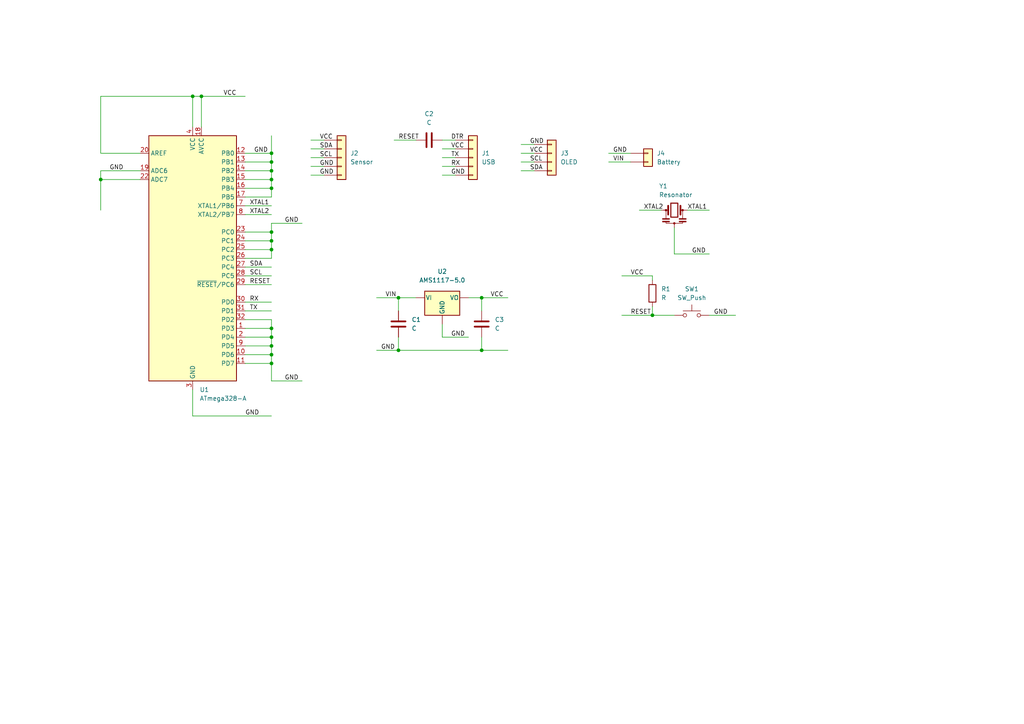
<source format=kicad_sch>
(kicad_sch (version 20211123) (generator eeschema)

  (uuid 190a136c-5a5e-4a55-826b-680defe99169)

  (paper "A4")

  (lib_symbols
    (symbol "Conn_01x05_1" (pin_numbers hide) (pin_names (offset 1.016) hide) (in_bom yes) (on_board yes)
      (property "Reference" "J" (id 0) (at 0 7.62 0)
        (effects (font (size 1.27 1.27)))
      )
      (property "Value" "Conn_01x05_1" (id 1) (at 0 -7.62 0)
        (effects (font (size 1.27 1.27)))
      )
      (property "Footprint" "" (id 2) (at 0 0 0)
        (effects (font (size 1.27 1.27)) hide)
      )
      (property "Datasheet" "~" (id 3) (at 0 0 0)
        (effects (font (size 1.27 1.27)) hide)
      )
      (property "ki_keywords" "connector" (id 4) (at 0 0 0)
        (effects (font (size 1.27 1.27)) hide)
      )
      (property "ki_description" "Generic connector, single row, 01x05, script generated (kicad-library-utils/schlib/autogen/connector/)" (id 5) (at 0 0 0)
        (effects (font (size 1.27 1.27)) hide)
      )
      (property "ki_fp_filters" "Connector*:*_1x??_*" (id 6) (at 0 0 0)
        (effects (font (size 1.27 1.27)) hide)
      )
      (symbol "Conn_01x05_1_1_1"
        (rectangle (start -1.27 -4.953) (end 0 -5.207)
          (stroke (width 0.1524) (type default) (color 0 0 0 0))
          (fill (type none))
        )
        (rectangle (start -1.27 -2.413) (end 0 -2.667)
          (stroke (width 0.1524) (type default) (color 0 0 0 0))
          (fill (type none))
        )
        (rectangle (start -1.27 0.127) (end 0 -0.127)
          (stroke (width 0.1524) (type default) (color 0 0 0 0))
          (fill (type none))
        )
        (rectangle (start -1.27 2.667) (end 0 2.413)
          (stroke (width 0.1524) (type default) (color 0 0 0 0))
          (fill (type none))
        )
        (rectangle (start -1.27 5.207) (end 0 4.953)
          (stroke (width 0.1524) (type default) (color 0 0 0 0))
          (fill (type none))
        )
        (rectangle (start -1.27 6.35) (end 1.27 -6.35)
          (stroke (width 0.254) (type default) (color 0 0 0 0))
          (fill (type background))
        )
        (pin passive line (at -5.08 5.08 0) (length 3.81)
          (name "Pin_1" (effects (font (size 1.27 1.27))))
          (number "1" (effects (font (size 1.27 1.27))))
        )
        (pin passive line (at -5.08 2.54 0) (length 3.81)
          (name "Pin_2" (effects (font (size 1.27 1.27))))
          (number "2" (effects (font (size 1.27 1.27))))
        )
        (pin passive line (at -5.08 0 0) (length 3.81)
          (name "Pin_3" (effects (font (size 1.27 1.27))))
          (number "3" (effects (font (size 1.27 1.27))))
        )
        (pin passive line (at -5.08 -2.54 0) (length 3.81)
          (name "Pin_4" (effects (font (size 1.27 1.27))))
          (number "4" (effects (font (size 1.27 1.27))))
        )
        (pin passive line (at -5.08 -5.08 0) (length 3.81)
          (name "Pin_5" (effects (font (size 1.27 1.27))))
          (number "5" (effects (font (size 1.27 1.27))))
        )
      )
    )
    (symbol "Connector_Generic:Conn_01x02" (pin_numbers hide) (pin_names (offset 1.016) hide) (in_bom yes) (on_board yes)
      (property "Reference" "J" (id 0) (at 0 2.54 0)
        (effects (font (size 1.27 1.27)))
      )
      (property "Value" "Conn_01x02" (id 1) (at 0 -5.08 0)
        (effects (font (size 1.27 1.27)))
      )
      (property "Footprint" "" (id 2) (at 0 0 0)
        (effects (font (size 1.27 1.27)) hide)
      )
      (property "Datasheet" "~" (id 3) (at 0 0 0)
        (effects (font (size 1.27 1.27)) hide)
      )
      (property "ki_keywords" "connector" (id 4) (at 0 0 0)
        (effects (font (size 1.27 1.27)) hide)
      )
      (property "ki_description" "Generic connector, single row, 01x02, script generated (kicad-library-utils/schlib/autogen/connector/)" (id 5) (at 0 0 0)
        (effects (font (size 1.27 1.27)) hide)
      )
      (property "ki_fp_filters" "Connector*:*_1x??_*" (id 6) (at 0 0 0)
        (effects (font (size 1.27 1.27)) hide)
      )
      (symbol "Conn_01x02_1_1"
        (rectangle (start -1.27 -2.413) (end 0 -2.667)
          (stroke (width 0.1524) (type default) (color 0 0 0 0))
          (fill (type none))
        )
        (rectangle (start -1.27 0.127) (end 0 -0.127)
          (stroke (width 0.1524) (type default) (color 0 0 0 0))
          (fill (type none))
        )
        (rectangle (start -1.27 1.27) (end 1.27 -3.81)
          (stroke (width 0.254) (type default) (color 0 0 0 0))
          (fill (type background))
        )
        (pin passive line (at -5.08 0 0) (length 3.81)
          (name "Pin_1" (effects (font (size 1.27 1.27))))
          (number "1" (effects (font (size 1.27 1.27))))
        )
        (pin passive line (at -5.08 -2.54 0) (length 3.81)
          (name "Pin_2" (effects (font (size 1.27 1.27))))
          (number "2" (effects (font (size 1.27 1.27))))
        )
      )
    )
    (symbol "Connector_Generic:Conn_01x04" (pin_numbers hide) (pin_names (offset 1.016) hide) (in_bom yes) (on_board yes)
      (property "Reference" "J" (id 0) (at 0 5.08 0)
        (effects (font (size 1.27 1.27)))
      )
      (property "Value" "Conn_01x04" (id 1) (at 0 -7.62 0)
        (effects (font (size 1.27 1.27)))
      )
      (property "Footprint" "" (id 2) (at 0 0 0)
        (effects (font (size 1.27 1.27)) hide)
      )
      (property "Datasheet" "~" (id 3) (at 0 0 0)
        (effects (font (size 1.27 1.27)) hide)
      )
      (property "ki_keywords" "connector" (id 4) (at 0 0 0)
        (effects (font (size 1.27 1.27)) hide)
      )
      (property "ki_description" "Generic connector, single row, 01x04, script generated (kicad-library-utils/schlib/autogen/connector/)" (id 5) (at 0 0 0)
        (effects (font (size 1.27 1.27)) hide)
      )
      (property "ki_fp_filters" "Connector*:*_1x??_*" (id 6) (at 0 0 0)
        (effects (font (size 1.27 1.27)) hide)
      )
      (symbol "Conn_01x04_1_1"
        (rectangle (start -1.27 -4.953) (end 0 -5.207)
          (stroke (width 0.1524) (type default) (color 0 0 0 0))
          (fill (type none))
        )
        (rectangle (start -1.27 -2.413) (end 0 -2.667)
          (stroke (width 0.1524) (type default) (color 0 0 0 0))
          (fill (type none))
        )
        (rectangle (start -1.27 0.127) (end 0 -0.127)
          (stroke (width 0.1524) (type default) (color 0 0 0 0))
          (fill (type none))
        )
        (rectangle (start -1.27 2.667) (end 0 2.413)
          (stroke (width 0.1524) (type default) (color 0 0 0 0))
          (fill (type none))
        )
        (rectangle (start -1.27 3.81) (end 1.27 -6.35)
          (stroke (width 0.254) (type default) (color 0 0 0 0))
          (fill (type background))
        )
        (pin passive line (at -5.08 2.54 0) (length 3.81)
          (name "Pin_1" (effects (font (size 1.27 1.27))))
          (number "1" (effects (font (size 1.27 1.27))))
        )
        (pin passive line (at -5.08 0 0) (length 3.81)
          (name "Pin_2" (effects (font (size 1.27 1.27))))
          (number "2" (effects (font (size 1.27 1.27))))
        )
        (pin passive line (at -5.08 -2.54 0) (length 3.81)
          (name "Pin_3" (effects (font (size 1.27 1.27))))
          (number "3" (effects (font (size 1.27 1.27))))
        )
        (pin passive line (at -5.08 -5.08 0) (length 3.81)
          (name "Pin_4" (effects (font (size 1.27 1.27))))
          (number "4" (effects (font (size 1.27 1.27))))
        )
      )
    )
    (symbol "Connector_Generic:Conn_01x05" (pin_numbers hide) (pin_names (offset 1.016) hide) (in_bom yes) (on_board yes)
      (property "Reference" "J" (id 0) (at 0 7.62 0)
        (effects (font (size 1.27 1.27)))
      )
      (property "Value" "Conn_01x05" (id 1) (at 0 -7.62 0)
        (effects (font (size 1.27 1.27)))
      )
      (property "Footprint" "" (id 2) (at 0 0 0)
        (effects (font (size 1.27 1.27)) hide)
      )
      (property "Datasheet" "~" (id 3) (at 0 0 0)
        (effects (font (size 1.27 1.27)) hide)
      )
      (property "ki_keywords" "connector" (id 4) (at 0 0 0)
        (effects (font (size 1.27 1.27)) hide)
      )
      (property "ki_description" "Generic connector, single row, 01x05, script generated (kicad-library-utils/schlib/autogen/connector/)" (id 5) (at 0 0 0)
        (effects (font (size 1.27 1.27)) hide)
      )
      (property "ki_fp_filters" "Connector*:*_1x??_*" (id 6) (at 0 0 0)
        (effects (font (size 1.27 1.27)) hide)
      )
      (symbol "Conn_01x05_1_1"
        (rectangle (start -1.27 -4.953) (end 0 -5.207)
          (stroke (width 0.1524) (type default) (color 0 0 0 0))
          (fill (type none))
        )
        (rectangle (start -1.27 -2.413) (end 0 -2.667)
          (stroke (width 0.1524) (type default) (color 0 0 0 0))
          (fill (type none))
        )
        (rectangle (start -1.27 0.127) (end 0 -0.127)
          (stroke (width 0.1524) (type default) (color 0 0 0 0))
          (fill (type none))
        )
        (rectangle (start -1.27 2.667) (end 0 2.413)
          (stroke (width 0.1524) (type default) (color 0 0 0 0))
          (fill (type none))
        )
        (rectangle (start -1.27 5.207) (end 0 4.953)
          (stroke (width 0.1524) (type default) (color 0 0 0 0))
          (fill (type none))
        )
        (rectangle (start -1.27 6.35) (end 1.27 -6.35)
          (stroke (width 0.254) (type default) (color 0 0 0 0))
          (fill (type background))
        )
        (pin passive line (at -5.08 5.08 0) (length 3.81)
          (name "Pin_1" (effects (font (size 1.27 1.27))))
          (number "1" (effects (font (size 1.27 1.27))))
        )
        (pin passive line (at -5.08 2.54 0) (length 3.81)
          (name "Pin_2" (effects (font (size 1.27 1.27))))
          (number "2" (effects (font (size 1.27 1.27))))
        )
        (pin passive line (at -5.08 0 0) (length 3.81)
          (name "Pin_3" (effects (font (size 1.27 1.27))))
          (number "3" (effects (font (size 1.27 1.27))))
        )
        (pin passive line (at -5.08 -2.54 0) (length 3.81)
          (name "Pin_4" (effects (font (size 1.27 1.27))))
          (number "4" (effects (font (size 1.27 1.27))))
        )
        (pin passive line (at -5.08 -5.08 0) (length 3.81)
          (name "Pin_5" (effects (font (size 1.27 1.27))))
          (number "5" (effects (font (size 1.27 1.27))))
        )
      )
    )
    (symbol "Device:C" (pin_numbers hide) (pin_names (offset 0.254)) (in_bom yes) (on_board yes)
      (property "Reference" "C" (id 0) (at 0.635 2.54 0)
        (effects (font (size 1.27 1.27)) (justify left))
      )
      (property "Value" "C" (id 1) (at 0.635 -2.54 0)
        (effects (font (size 1.27 1.27)) (justify left))
      )
      (property "Footprint" "" (id 2) (at 0.9652 -3.81 0)
        (effects (font (size 1.27 1.27)) hide)
      )
      (property "Datasheet" "~" (id 3) (at 0 0 0)
        (effects (font (size 1.27 1.27)) hide)
      )
      (property "ki_keywords" "cap capacitor" (id 4) (at 0 0 0)
        (effects (font (size 1.27 1.27)) hide)
      )
      (property "ki_description" "Unpolarized capacitor" (id 5) (at 0 0 0)
        (effects (font (size 1.27 1.27)) hide)
      )
      (property "ki_fp_filters" "C_*" (id 6) (at 0 0 0)
        (effects (font (size 1.27 1.27)) hide)
      )
      (symbol "C_0_1"
        (polyline
          (pts
            (xy -2.032 -0.762)
            (xy 2.032 -0.762)
          )
          (stroke (width 0.508) (type default) (color 0 0 0 0))
          (fill (type none))
        )
        (polyline
          (pts
            (xy -2.032 0.762)
            (xy 2.032 0.762)
          )
          (stroke (width 0.508) (type default) (color 0 0 0 0))
          (fill (type none))
        )
      )
      (symbol "C_1_1"
        (pin passive line (at 0 3.81 270) (length 2.794)
          (name "~" (effects (font (size 1.27 1.27))))
          (number "1" (effects (font (size 1.27 1.27))))
        )
        (pin passive line (at 0 -3.81 90) (length 2.794)
          (name "~" (effects (font (size 1.27 1.27))))
          (number "2" (effects (font (size 1.27 1.27))))
        )
      )
    )
    (symbol "Device:R" (pin_numbers hide) (pin_names (offset 0)) (in_bom yes) (on_board yes)
      (property "Reference" "R" (id 0) (at 2.032 0 90)
        (effects (font (size 1.27 1.27)))
      )
      (property "Value" "R" (id 1) (at 0 0 90)
        (effects (font (size 1.27 1.27)))
      )
      (property "Footprint" "" (id 2) (at -1.778 0 90)
        (effects (font (size 1.27 1.27)) hide)
      )
      (property "Datasheet" "~" (id 3) (at 0 0 0)
        (effects (font (size 1.27 1.27)) hide)
      )
      (property "ki_keywords" "R res resistor" (id 4) (at 0 0 0)
        (effects (font (size 1.27 1.27)) hide)
      )
      (property "ki_description" "Resistor" (id 5) (at 0 0 0)
        (effects (font (size 1.27 1.27)) hide)
      )
      (property "ki_fp_filters" "R_*" (id 6) (at 0 0 0)
        (effects (font (size 1.27 1.27)) hide)
      )
      (symbol "R_0_1"
        (rectangle (start -1.016 -2.54) (end 1.016 2.54)
          (stroke (width 0.254) (type default) (color 0 0 0 0))
          (fill (type none))
        )
      )
      (symbol "R_1_1"
        (pin passive line (at 0 3.81 270) (length 1.27)
          (name "~" (effects (font (size 1.27 1.27))))
          (number "1" (effects (font (size 1.27 1.27))))
        )
        (pin passive line (at 0 -3.81 90) (length 1.27)
          (name "~" (effects (font (size 1.27 1.27))))
          (number "2" (effects (font (size 1.27 1.27))))
        )
      )
    )
    (symbol "Device:Resonator" (pin_numbers hide) (pin_names (offset 1.016) hide) (in_bom yes) (on_board yes)
      (property "Reference" "Y" (id 0) (at 0 5.715 0)
        (effects (font (size 1.27 1.27)))
      )
      (property "Value" "Resonator" (id 1) (at 0 3.81 0)
        (effects (font (size 1.27 1.27)))
      )
      (property "Footprint" "" (id 2) (at -0.635 0 0)
        (effects (font (size 1.27 1.27)) hide)
      )
      (property "Datasheet" "~" (id 3) (at -0.635 0 0)
        (effects (font (size 1.27 1.27)) hide)
      )
      (property "ki_keywords" "ceramic resonator" (id 4) (at 0 0 0)
        (effects (font (size 1.27 1.27)) hide)
      )
      (property "ki_description" "Three pin ceramic resonator" (id 5) (at 0 0 0)
        (effects (font (size 1.27 1.27)) hide)
      )
      (property "ki_fp_filters" "Filter* Resonator*" (id 6) (at 0 0 0)
        (effects (font (size 1.27 1.27)) hide)
      )
      (symbol "Resonator_0_1"
        (rectangle (start -3.429 -3.175) (end -1.397 -3.429)
          (stroke (width 0) (type default) (color 0 0 0 0))
          (fill (type outline))
        )
        (rectangle (start -3.429 -2.413) (end -1.397 -2.667)
          (stroke (width 0) (type default) (color 0 0 0 0))
          (fill (type outline))
        )
        (circle (center -2.413 0) (radius 0.254)
          (stroke (width 0) (type default) (color 0 0 0 0))
          (fill (type outline))
        )
        (rectangle (start -1.016 2.032) (end 1.016 -2.032)
          (stroke (width 0.3048) (type default) (color 0 0 0 0))
          (fill (type none))
        )
        (circle (center 0 -3.81) (radius 0.254)
          (stroke (width 0) (type default) (color 0 0 0 0))
          (fill (type outline))
        )
        (polyline
          (pts
            (xy -2.413 -2.413)
            (xy -2.413 0)
          )
          (stroke (width 0) (type default) (color 0 0 0 0))
          (fill (type none))
        )
        (polyline
          (pts
            (xy -1.905 0)
            (xy -3.175 0)
          )
          (stroke (width 0) (type default) (color 0 0 0 0))
          (fill (type none))
        )
        (polyline
          (pts
            (xy -1.778 -1.27)
            (xy -1.778 1.27)
          )
          (stroke (width 0.508) (type default) (color 0 0 0 0))
          (fill (type none))
        )
        (polyline
          (pts
            (xy 1.778 -1.27)
            (xy 1.778 1.27)
          )
          (stroke (width 0.508) (type default) (color 0 0 0 0))
          (fill (type none))
        )
        (polyline
          (pts
            (xy 1.905 0)
            (xy 2.54 0)
          )
          (stroke (width 0) (type default) (color 0 0 0 0))
          (fill (type none))
        )
        (polyline
          (pts
            (xy 2.413 0)
            (xy 2.413 -2.54)
          )
          (stroke (width 0) (type default) (color 0 0 0 0))
          (fill (type none))
        )
        (polyline
          (pts
            (xy 2.413 -3.302)
            (xy 2.413 -3.81)
            (xy -2.413 -3.81)
            (xy -2.413 -3.302)
          )
          (stroke (width 0) (type default) (color 0 0 0 0))
          (fill (type none))
        )
        (rectangle (start 1.397 -3.175) (end 3.429 -3.429)
          (stroke (width 0) (type default) (color 0 0 0 0))
          (fill (type outline))
        )
        (rectangle (start 1.397 -2.413) (end 3.429 -2.667)
          (stroke (width 0) (type default) (color 0 0 0 0))
          (fill (type outline))
        )
        (circle (center 2.413 0) (radius 0.254)
          (stroke (width 0) (type default) (color 0 0 0 0))
          (fill (type outline))
        )
      )
      (symbol "Resonator_1_1"
        (pin passive line (at -3.81 0 0) (length 1.27)
          (name "1" (effects (font (size 1.27 1.27))))
          (number "1" (effects (font (size 1.27 1.27))))
        )
        (pin passive line (at 0 -5.08 90) (length 1.27)
          (name "2" (effects (font (size 1.27 1.27))))
          (number "2" (effects (font (size 1.27 1.27))))
        )
        (pin passive line (at 3.81 0 180) (length 1.27)
          (name "3" (effects (font (size 1.27 1.27))))
          (number "3" (effects (font (size 1.27 1.27))))
        )
      )
    )
    (symbol "MCU_Microchip_ATmega:ATmega328-A" (in_bom yes) (on_board yes)
      (property "Reference" "U" (id 0) (at -12.7 36.83 0)
        (effects (font (size 1.27 1.27)) (justify left bottom))
      )
      (property "Value" "ATmega328-A" (id 1) (at 2.54 -36.83 0)
        (effects (font (size 1.27 1.27)) (justify left top))
      )
      (property "Footprint" "Package_QFP:TQFP-32_7x7mm_P0.8mm" (id 2) (at 0 0 0)
        (effects (font (size 1.27 1.27) italic) hide)
      )
      (property "Datasheet" "http://ww1.microchip.com/downloads/en/DeviceDoc/ATmega328_P%20AVR%20MCU%20with%20picoPower%20Technology%20Data%20Sheet%2040001984A.pdf" (id 3) (at 0 0 0)
        (effects (font (size 1.27 1.27)) hide)
      )
      (property "ki_keywords" "AVR 8bit Microcontroller MegaAVR" (id 4) (at 0 0 0)
        (effects (font (size 1.27 1.27)) hide)
      )
      (property "ki_description" "20MHz, 32kB Flash, 2kB SRAM, 1kB EEPROM, TQFP-32" (id 5) (at 0 0 0)
        (effects (font (size 1.27 1.27)) hide)
      )
      (property "ki_fp_filters" "TQFP*7x7mm*P0.8mm*" (id 6) (at 0 0 0)
        (effects (font (size 1.27 1.27)) hide)
      )
      (symbol "ATmega328-A_0_1"
        (rectangle (start -12.7 -35.56) (end 12.7 35.56)
          (stroke (width 0.254) (type default) (color 0 0 0 0))
          (fill (type background))
        )
      )
      (symbol "ATmega328-A_1_1"
        (pin bidirectional line (at 15.24 -20.32 180) (length 2.54)
          (name "PD3" (effects (font (size 1.27 1.27))))
          (number "1" (effects (font (size 1.27 1.27))))
        )
        (pin bidirectional line (at 15.24 -27.94 180) (length 2.54)
          (name "PD6" (effects (font (size 1.27 1.27))))
          (number "10" (effects (font (size 1.27 1.27))))
        )
        (pin bidirectional line (at 15.24 -30.48 180) (length 2.54)
          (name "PD7" (effects (font (size 1.27 1.27))))
          (number "11" (effects (font (size 1.27 1.27))))
        )
        (pin bidirectional line (at 15.24 30.48 180) (length 2.54)
          (name "PB0" (effects (font (size 1.27 1.27))))
          (number "12" (effects (font (size 1.27 1.27))))
        )
        (pin bidirectional line (at 15.24 27.94 180) (length 2.54)
          (name "PB1" (effects (font (size 1.27 1.27))))
          (number "13" (effects (font (size 1.27 1.27))))
        )
        (pin bidirectional line (at 15.24 25.4 180) (length 2.54)
          (name "PB2" (effects (font (size 1.27 1.27))))
          (number "14" (effects (font (size 1.27 1.27))))
        )
        (pin bidirectional line (at 15.24 22.86 180) (length 2.54)
          (name "PB3" (effects (font (size 1.27 1.27))))
          (number "15" (effects (font (size 1.27 1.27))))
        )
        (pin bidirectional line (at 15.24 20.32 180) (length 2.54)
          (name "PB4" (effects (font (size 1.27 1.27))))
          (number "16" (effects (font (size 1.27 1.27))))
        )
        (pin bidirectional line (at 15.24 17.78 180) (length 2.54)
          (name "PB5" (effects (font (size 1.27 1.27))))
          (number "17" (effects (font (size 1.27 1.27))))
        )
        (pin power_in line (at 2.54 38.1 270) (length 2.54)
          (name "AVCC" (effects (font (size 1.27 1.27))))
          (number "18" (effects (font (size 1.27 1.27))))
        )
        (pin input line (at -15.24 25.4 0) (length 2.54)
          (name "ADC6" (effects (font (size 1.27 1.27))))
          (number "19" (effects (font (size 1.27 1.27))))
        )
        (pin bidirectional line (at 15.24 -22.86 180) (length 2.54)
          (name "PD4" (effects (font (size 1.27 1.27))))
          (number "2" (effects (font (size 1.27 1.27))))
        )
        (pin passive line (at -15.24 30.48 0) (length 2.54)
          (name "AREF" (effects (font (size 1.27 1.27))))
          (number "20" (effects (font (size 1.27 1.27))))
        )
        (pin passive line (at 0 -38.1 90) (length 2.54) hide
          (name "GND" (effects (font (size 1.27 1.27))))
          (number "21" (effects (font (size 1.27 1.27))))
        )
        (pin input line (at -15.24 22.86 0) (length 2.54)
          (name "ADC7" (effects (font (size 1.27 1.27))))
          (number "22" (effects (font (size 1.27 1.27))))
        )
        (pin bidirectional line (at 15.24 7.62 180) (length 2.54)
          (name "PC0" (effects (font (size 1.27 1.27))))
          (number "23" (effects (font (size 1.27 1.27))))
        )
        (pin bidirectional line (at 15.24 5.08 180) (length 2.54)
          (name "PC1" (effects (font (size 1.27 1.27))))
          (number "24" (effects (font (size 1.27 1.27))))
        )
        (pin bidirectional line (at 15.24 2.54 180) (length 2.54)
          (name "PC2" (effects (font (size 1.27 1.27))))
          (number "25" (effects (font (size 1.27 1.27))))
        )
        (pin bidirectional line (at 15.24 0 180) (length 2.54)
          (name "PC3" (effects (font (size 1.27 1.27))))
          (number "26" (effects (font (size 1.27 1.27))))
        )
        (pin bidirectional line (at 15.24 -2.54 180) (length 2.54)
          (name "PC4" (effects (font (size 1.27 1.27))))
          (number "27" (effects (font (size 1.27 1.27))))
        )
        (pin bidirectional line (at 15.24 -5.08 180) (length 2.54)
          (name "PC5" (effects (font (size 1.27 1.27))))
          (number "28" (effects (font (size 1.27 1.27))))
        )
        (pin bidirectional line (at 15.24 -7.62 180) (length 2.54)
          (name "~{RESET}/PC6" (effects (font (size 1.27 1.27))))
          (number "29" (effects (font (size 1.27 1.27))))
        )
        (pin power_in line (at 0 -38.1 90) (length 2.54)
          (name "GND" (effects (font (size 1.27 1.27))))
          (number "3" (effects (font (size 1.27 1.27))))
        )
        (pin bidirectional line (at 15.24 -12.7 180) (length 2.54)
          (name "PD0" (effects (font (size 1.27 1.27))))
          (number "30" (effects (font (size 1.27 1.27))))
        )
        (pin bidirectional line (at 15.24 -15.24 180) (length 2.54)
          (name "PD1" (effects (font (size 1.27 1.27))))
          (number "31" (effects (font (size 1.27 1.27))))
        )
        (pin bidirectional line (at 15.24 -17.78 180) (length 2.54)
          (name "PD2" (effects (font (size 1.27 1.27))))
          (number "32" (effects (font (size 1.27 1.27))))
        )
        (pin power_in line (at 0 38.1 270) (length 2.54)
          (name "VCC" (effects (font (size 1.27 1.27))))
          (number "4" (effects (font (size 1.27 1.27))))
        )
        (pin passive line (at 0 -38.1 90) (length 2.54) hide
          (name "GND" (effects (font (size 1.27 1.27))))
          (number "5" (effects (font (size 1.27 1.27))))
        )
        (pin passive line (at 0 38.1 270) (length 2.54) hide
          (name "VCC" (effects (font (size 1.27 1.27))))
          (number "6" (effects (font (size 1.27 1.27))))
        )
        (pin bidirectional line (at 15.24 15.24 180) (length 2.54)
          (name "XTAL1/PB6" (effects (font (size 1.27 1.27))))
          (number "7" (effects (font (size 1.27 1.27))))
        )
        (pin bidirectional line (at 15.24 12.7 180) (length 2.54)
          (name "XTAL2/PB7" (effects (font (size 1.27 1.27))))
          (number "8" (effects (font (size 1.27 1.27))))
        )
        (pin bidirectional line (at 15.24 -25.4 180) (length 2.54)
          (name "PD5" (effects (font (size 1.27 1.27))))
          (number "9" (effects (font (size 1.27 1.27))))
        )
      )
    )
    (symbol "Regulator_Linear:AMS1117-5.0" (pin_numbers hide) (pin_names (offset 0.254)) (in_bom yes) (on_board yes)
      (property "Reference" "U" (id 0) (at -3.81 3.175 0)
        (effects (font (size 1.27 1.27)))
      )
      (property "Value" "AMS1117-5.0" (id 1) (at 0 3.175 0)
        (effects (font (size 1.27 1.27)) (justify left))
      )
      (property "Footprint" "Package_TO_SOT_SMD:SOT-223-3_TabPin2" (id 2) (at 0 5.08 0)
        (effects (font (size 1.27 1.27)) hide)
      )
      (property "Datasheet" "http://www.advanced-monolithic.com/pdf/ds1117.pdf" (id 3) (at 2.54 -6.35 0)
        (effects (font (size 1.27 1.27)) hide)
      )
      (property "ki_keywords" "linear regulator ldo fixed positive" (id 4) (at 0 0 0)
        (effects (font (size 1.27 1.27)) hide)
      )
      (property "ki_description" "1A Low Dropout regulator, positive, 5.0V fixed output, SOT-223" (id 5) (at 0 0 0)
        (effects (font (size 1.27 1.27)) hide)
      )
      (property "ki_fp_filters" "SOT?223*TabPin2*" (id 6) (at 0 0 0)
        (effects (font (size 1.27 1.27)) hide)
      )
      (symbol "AMS1117-5.0_0_1"
        (rectangle (start -5.08 -5.08) (end 5.08 1.905)
          (stroke (width 0.254) (type default) (color 0 0 0 0))
          (fill (type background))
        )
      )
      (symbol "AMS1117-5.0_1_1"
        (pin power_in line (at 0 -7.62 90) (length 2.54)
          (name "GND" (effects (font (size 1.27 1.27))))
          (number "1" (effects (font (size 1.27 1.27))))
        )
        (pin power_out line (at 7.62 0 180) (length 2.54)
          (name "VO" (effects (font (size 1.27 1.27))))
          (number "2" (effects (font (size 1.27 1.27))))
        )
        (pin power_in line (at -7.62 0 0) (length 2.54)
          (name "VI" (effects (font (size 1.27 1.27))))
          (number "3" (effects (font (size 1.27 1.27))))
        )
      )
    )
    (symbol "Switch:SW_Push" (pin_numbers hide) (pin_names (offset 1.016) hide) (in_bom yes) (on_board yes)
      (property "Reference" "SW" (id 0) (at 1.27 2.54 0)
        (effects (font (size 1.27 1.27)) (justify left))
      )
      (property "Value" "SW_Push" (id 1) (at 0 -1.524 0)
        (effects (font (size 1.27 1.27)))
      )
      (property "Footprint" "" (id 2) (at 0 5.08 0)
        (effects (font (size 1.27 1.27)) hide)
      )
      (property "Datasheet" "~" (id 3) (at 0 5.08 0)
        (effects (font (size 1.27 1.27)) hide)
      )
      (property "ki_keywords" "switch normally-open pushbutton push-button" (id 4) (at 0 0 0)
        (effects (font (size 1.27 1.27)) hide)
      )
      (property "ki_description" "Push button switch, generic, two pins" (id 5) (at 0 0 0)
        (effects (font (size 1.27 1.27)) hide)
      )
      (symbol "SW_Push_0_1"
        (circle (center -2.032 0) (radius 0.508)
          (stroke (width 0) (type default) (color 0 0 0 0))
          (fill (type none))
        )
        (polyline
          (pts
            (xy 0 1.27)
            (xy 0 3.048)
          )
          (stroke (width 0) (type default) (color 0 0 0 0))
          (fill (type none))
        )
        (polyline
          (pts
            (xy 2.54 1.27)
            (xy -2.54 1.27)
          )
          (stroke (width 0) (type default) (color 0 0 0 0))
          (fill (type none))
        )
        (circle (center 2.032 0) (radius 0.508)
          (stroke (width 0) (type default) (color 0 0 0 0))
          (fill (type none))
        )
        (pin passive line (at -5.08 0 0) (length 2.54)
          (name "1" (effects (font (size 1.27 1.27))))
          (number "1" (effects (font (size 1.27 1.27))))
        )
        (pin passive line (at 5.08 0 180) (length 2.54)
          (name "2" (effects (font (size 1.27 1.27))))
          (number "2" (effects (font (size 1.27 1.27))))
        )
      )
    )
  )

  (junction (at 78.74 95.25) (diameter 0) (color 0 0 0 0)
    (uuid 1c02e85a-3830-4128-8407-45a9c3ab179e)
  )
  (junction (at 78.74 105.41) (diameter 0) (color 0 0 0 0)
    (uuid 25d9537e-7f09-4205-bd0e-bdc4d3b5435b)
  )
  (junction (at 78.74 49.53) (diameter 0) (color 0 0 0 0)
    (uuid 260794c6-f3d9-443e-b688-960e7236ac18)
  )
  (junction (at 78.74 44.45) (diameter 0) (color 0 0 0 0)
    (uuid 34a471db-72ec-498e-a036-2ea3c39419ea)
  )
  (junction (at 78.74 102.87) (diameter 0) (color 0 0 0 0)
    (uuid 34b06acf-61fd-44b2-9fc7-35479ae7f9db)
  )
  (junction (at 78.74 46.99) (diameter 0) (color 0 0 0 0)
    (uuid 3832ba4b-adcf-464c-9382-1ae39d437ac6)
  )
  (junction (at 78.74 72.39) (diameter 0) (color 0 0 0 0)
    (uuid 43401b5e-816c-4731-bf48-be83952cdbfe)
  )
  (junction (at 78.74 54.61) (diameter 0) (color 0 0 0 0)
    (uuid 4e0fe71c-90b4-4653-8a43-0e6b33b61a17)
  )
  (junction (at 115.57 86.36) (diameter 0) (color 0 0 0 0)
    (uuid 4ecd8e8e-eb88-47ad-9622-d61dac44f5c0)
  )
  (junction (at 189.23 91.44) (diameter 0) (color 0 0 0 0)
    (uuid 50aad663-461e-44ee-9330-e1ad4f3b04a6)
  )
  (junction (at 115.57 101.6) (diameter 0) (color 0 0 0 0)
    (uuid 5bcafb3f-a642-4a70-83d7-1f382362cabe)
  )
  (junction (at 139.7 101.6) (diameter 0) (color 0 0 0 0)
    (uuid 7146d5d6-4160-4795-82de-c23997f35336)
  )
  (junction (at 78.74 97.79) (diameter 0) (color 0 0 0 0)
    (uuid 7a7b1722-4a52-45e7-b7c7-4612f0e1d7f4)
  )
  (junction (at 78.74 52.07) (diameter 0) (color 0 0 0 0)
    (uuid 7f1ea9d8-d7dc-4a8c-bbdf-453e93761f21)
  )
  (junction (at 78.74 67.31) (diameter 0) (color 0 0 0 0)
    (uuid 8349676a-c711-46b1-81c0-c125efcfcd9a)
  )
  (junction (at 139.7 86.36) (diameter 0) (color 0 0 0 0)
    (uuid 8a19700c-8543-407c-9b41-49937aed4f44)
  )
  (junction (at 78.74 100.33) (diameter 0) (color 0 0 0 0)
    (uuid c5c97aee-ac6a-462a-a063-bead32f1c03b)
  )
  (junction (at 29.21 52.07) (diameter 0) (color 0 0 0 0)
    (uuid dd5b168f-1253-4555-b720-d8eaf1b02bbe)
  )
  (junction (at 55.88 27.94) (diameter 0) (color 0 0 0 0)
    (uuid defdfbdb-310f-4e65-a813-1ff0a7eb0e19)
  )
  (junction (at 58.42 27.94) (diameter 0) (color 0 0 0 0)
    (uuid f29af590-0a5a-4a0c-bfd1-e952b6fb6a57)
  )
  (junction (at 78.74 69.85) (diameter 0) (color 0 0 0 0)
    (uuid f3b281a4-8985-4820-9c42-681e8196abe2)
  )

  (wire (pts (xy 71.12 105.41) (xy 78.74 105.41))
    (stroke (width 0) (type default) (color 0 0 0 0))
    (uuid 04b4ceb2-2a85-4907-87c9-815f024a78c3)
  )
  (wire (pts (xy 139.7 90.17) (xy 139.7 86.36))
    (stroke (width 0) (type default) (color 0 0 0 0))
    (uuid 09d1837f-b8d7-4d23-8619-226489d4f97f)
  )
  (wire (pts (xy 55.88 27.94) (xy 58.42 27.94))
    (stroke (width 0) (type default) (color 0 0 0 0))
    (uuid 0a213116-433f-4ba0-a2b3-c4db341dc16e)
  )
  (wire (pts (xy 176.53 46.99) (xy 182.88 46.99))
    (stroke (width 0) (type default) (color 0 0 0 0))
    (uuid 0a3c5feb-83ec-4efa-8ece-62bbc6c0e5fc)
  )
  (wire (pts (xy 90.17 43.18) (xy 93.98 43.18))
    (stroke (width 0) (type default) (color 0 0 0 0))
    (uuid 0fb097fb-b99e-4773-9c1d-20ac39f448ba)
  )
  (wire (pts (xy 189.23 91.44) (xy 195.58 91.44))
    (stroke (width 0) (type default) (color 0 0 0 0))
    (uuid 11eb984b-4565-4fd3-862f-16bc3bc7433d)
  )
  (wire (pts (xy 115.57 86.36) (xy 120.65 86.36))
    (stroke (width 0) (type default) (color 0 0 0 0))
    (uuid 19409e03-097b-42c5-9a9f-8268756f9444)
  )
  (wire (pts (xy 139.7 101.6) (xy 147.32 101.6))
    (stroke (width 0) (type default) (color 0 0 0 0))
    (uuid 1be5d868-b1fc-48f1-b867-b97f1b08cba7)
  )
  (wire (pts (xy 109.22 101.6) (xy 115.57 101.6))
    (stroke (width 0) (type default) (color 0 0 0 0))
    (uuid 20bd9074-9385-48c3-99cc-0b5af0d2ff6f)
  )
  (wire (pts (xy 29.21 27.94) (xy 55.88 27.94))
    (stroke (width 0) (type default) (color 0 0 0 0))
    (uuid 219b07a8-8517-415a-8859-30c3959fb21e)
  )
  (wire (pts (xy 55.88 120.65) (xy 78.74 120.65))
    (stroke (width 0) (type default) (color 0 0 0 0))
    (uuid 232c99ec-77b9-47a9-97ae-ef1336471573)
  )
  (wire (pts (xy 191.77 60.96) (xy 185.42 60.96))
    (stroke (width 0) (type default) (color 0 0 0 0))
    (uuid 232edf16-b55f-46c2-b830-b3a4f7bfa312)
  )
  (wire (pts (xy 205.74 60.96) (xy 199.39 60.96))
    (stroke (width 0) (type default) (color 0 0 0 0))
    (uuid 2465858c-e1e7-4328-9207-4d02bebbc8e8)
  )
  (wire (pts (xy 78.74 49.53) (xy 78.74 52.07))
    (stroke (width 0) (type default) (color 0 0 0 0))
    (uuid 26a46654-dff5-4091-a50b-b43d2b245b2d)
  )
  (wire (pts (xy 128.27 40.64) (xy 132.08 40.64))
    (stroke (width 0) (type default) (color 0 0 0 0))
    (uuid 28306276-7b3b-4186-aa0e-94cf2ee726ce)
  )
  (wire (pts (xy 109.22 86.36) (xy 115.57 86.36))
    (stroke (width 0) (type default) (color 0 0 0 0))
    (uuid 2a2891aa-4c77-440e-94b7-3b987725d38e)
  )
  (wire (pts (xy 71.12 92.71) (xy 78.74 92.71))
    (stroke (width 0) (type default) (color 0 0 0 0))
    (uuid 2a5ff207-0b76-4efc-b5a3-033ae011ff3e)
  )
  (wire (pts (xy 78.74 92.71) (xy 78.74 95.25))
    (stroke (width 0) (type default) (color 0 0 0 0))
    (uuid 3103fa26-f85d-460a-a228-03b1b7bcf14d)
  )
  (wire (pts (xy 115.57 101.6) (xy 139.7 101.6))
    (stroke (width 0) (type default) (color 0 0 0 0))
    (uuid 3136ac7b-9d19-4e33-94dd-787fec2ff69d)
  )
  (wire (pts (xy 78.74 72.39) (xy 78.74 69.85))
    (stroke (width 0) (type default) (color 0 0 0 0))
    (uuid 314146c1-bf71-470e-ba8b-08299d26516e)
  )
  (wire (pts (xy 29.21 52.07) (xy 40.64 52.07))
    (stroke (width 0) (type default) (color 0 0 0 0))
    (uuid 341ea027-15db-448b-b5c4-ecf0c82dbb7a)
  )
  (wire (pts (xy 78.74 102.87) (xy 78.74 105.41))
    (stroke (width 0) (type default) (color 0 0 0 0))
    (uuid 350a7bac-0855-40cd-af41-a228b141631d)
  )
  (wire (pts (xy 78.74 64.77) (xy 87.63 64.77))
    (stroke (width 0) (type default) (color 0 0 0 0))
    (uuid 3672da6d-b672-4a29-ae15-5b7f63d413fe)
  )
  (wire (pts (xy 90.17 40.64) (xy 93.98 40.64))
    (stroke (width 0) (type default) (color 0 0 0 0))
    (uuid 37c72e3a-3b6b-42b6-af73-eeb08fc13737)
  )
  (wire (pts (xy 71.12 80.01) (xy 78.74 80.01))
    (stroke (width 0) (type default) (color 0 0 0 0))
    (uuid 3dc6a50c-a051-428d-b926-a2bc077cf0d1)
  )
  (wire (pts (xy 71.12 54.61) (xy 78.74 54.61))
    (stroke (width 0) (type default) (color 0 0 0 0))
    (uuid 404d2f83-77e1-48ee-9c1e-80b4a921ad95)
  )
  (wire (pts (xy 71.12 44.45) (xy 78.74 44.45))
    (stroke (width 0) (type default) (color 0 0 0 0))
    (uuid 438b9372-ef0c-4e0c-8b15-843209d70cc4)
  )
  (wire (pts (xy 78.74 110.49) (xy 87.63 110.49))
    (stroke (width 0) (type default) (color 0 0 0 0))
    (uuid 4752f571-60f7-485b-be92-7d8e15151c27)
  )
  (wire (pts (xy 71.12 59.69) (xy 78.74 59.69))
    (stroke (width 0) (type default) (color 0 0 0 0))
    (uuid 4a3acfa5-631d-4b76-bf21-4ef0822730ab)
  )
  (wire (pts (xy 71.12 67.31) (xy 78.74 67.31))
    (stroke (width 0) (type default) (color 0 0 0 0))
    (uuid 4ac8f944-8ad0-46e3-aad6-d1931f287607)
  )
  (wire (pts (xy 78.74 100.33) (xy 78.74 102.87))
    (stroke (width 0) (type default) (color 0 0 0 0))
    (uuid 4ff4238a-3cfb-4e46-a55e-2d24fcef12d0)
  )
  (wire (pts (xy 71.12 77.47) (xy 78.74 77.47))
    (stroke (width 0) (type default) (color 0 0 0 0))
    (uuid 53ef2a6d-a8a1-4867-b195-5bc9d3f4fb03)
  )
  (wire (pts (xy 151.13 44.45) (xy 154.94 44.45))
    (stroke (width 0) (type default) (color 0 0 0 0))
    (uuid 56f71bc8-4eaf-4863-a292-3504bbba836c)
  )
  (wire (pts (xy 29.21 44.45) (xy 29.21 27.94))
    (stroke (width 0) (type default) (color 0 0 0 0))
    (uuid 590a53bb-faf2-414c-83a2-f7d0aed85f05)
  )
  (wire (pts (xy 151.13 49.53) (xy 154.94 49.53))
    (stroke (width 0) (type default) (color 0 0 0 0))
    (uuid 5a77cde3-4925-46b7-b123-caa11124189a)
  )
  (wire (pts (xy 90.17 45.72) (xy 93.98 45.72))
    (stroke (width 0) (type default) (color 0 0 0 0))
    (uuid 5b27d0db-f5b3-4393-b552-49722f62ff43)
  )
  (wire (pts (xy 71.12 69.85) (xy 78.74 69.85))
    (stroke (width 0) (type default) (color 0 0 0 0))
    (uuid 5da41764-d598-45c0-935a-1a3b21a9fe21)
  )
  (wire (pts (xy 71.12 90.17) (xy 78.74 90.17))
    (stroke (width 0) (type default) (color 0 0 0 0))
    (uuid 61824225-8586-4400-8a6e-ad54fecdac65)
  )
  (wire (pts (xy 58.42 27.94) (xy 71.12 27.94))
    (stroke (width 0) (type default) (color 0 0 0 0))
    (uuid 61ad9f86-44ed-4341-920e-19fb68b93458)
  )
  (wire (pts (xy 128.27 97.79) (xy 135.89 97.79))
    (stroke (width 0) (type default) (color 0 0 0 0))
    (uuid 640a7d16-0a4c-41ec-9afa-40f4601dc834)
  )
  (wire (pts (xy 139.7 97.79) (xy 139.7 101.6))
    (stroke (width 0) (type default) (color 0 0 0 0))
    (uuid 6620feea-4bee-40bd-a04a-a258fcd3a544)
  )
  (wire (pts (xy 78.74 74.93) (xy 78.74 72.39))
    (stroke (width 0) (type default) (color 0 0 0 0))
    (uuid 665ca872-3f86-4f44-9d89-cce02384f19c)
  )
  (wire (pts (xy 55.88 27.94) (xy 55.88 36.83))
    (stroke (width 0) (type default) (color 0 0 0 0))
    (uuid 67a77a67-f608-4e3b-ad20-917571b4d760)
  )
  (wire (pts (xy 78.74 52.07) (xy 78.74 54.61))
    (stroke (width 0) (type default) (color 0 0 0 0))
    (uuid 6be76689-df17-48ae-8953-7566226e578e)
  )
  (wire (pts (xy 55.88 113.03) (xy 55.88 120.65))
    (stroke (width 0) (type default) (color 0 0 0 0))
    (uuid 6cfdc2d8-6d1a-4429-b746-f1918c2bd78d)
  )
  (wire (pts (xy 180.34 80.01) (xy 189.23 80.01))
    (stroke (width 0) (type default) (color 0 0 0 0))
    (uuid 6dffe811-53bb-4f9c-927c-7a8669a6d4bd)
  )
  (wire (pts (xy 78.74 69.85) (xy 78.74 67.31))
    (stroke (width 0) (type default) (color 0 0 0 0))
    (uuid 798ce0c1-8211-47ea-b780-590b78ed13f4)
  )
  (wire (pts (xy 115.57 90.17) (xy 115.57 86.36))
    (stroke (width 0) (type default) (color 0 0 0 0))
    (uuid 79f2fd1b-5471-4e59-a48b-c510a6de9e98)
  )
  (wire (pts (xy 205.74 91.44) (xy 213.36 91.44))
    (stroke (width 0) (type default) (color 0 0 0 0))
    (uuid 7a3638a4-2fe4-44c8-939c-da53a805aca1)
  )
  (wire (pts (xy 78.74 44.45) (xy 78.74 46.99))
    (stroke (width 0) (type default) (color 0 0 0 0))
    (uuid 801865fa-4072-4058-996a-994a79f3a2d9)
  )
  (wire (pts (xy 78.74 67.31) (xy 78.74 64.77))
    (stroke (width 0) (type default) (color 0 0 0 0))
    (uuid 81686631-f05e-427c-95db-97362c48049f)
  )
  (wire (pts (xy 71.12 74.93) (xy 78.74 74.93))
    (stroke (width 0) (type default) (color 0 0 0 0))
    (uuid 89bee077-5a0b-41a3-bddd-c9a52ba49556)
  )
  (wire (pts (xy 115.57 97.79) (xy 115.57 101.6))
    (stroke (width 0) (type default) (color 0 0 0 0))
    (uuid 8b8916c5-c3b6-49be-8e4f-29a613d562c4)
  )
  (wire (pts (xy 71.12 46.99) (xy 78.74 46.99))
    (stroke (width 0) (type default) (color 0 0 0 0))
    (uuid 8c4c190c-f60d-470c-bf27-5bc8db210494)
  )
  (wire (pts (xy 176.53 44.45) (xy 182.88 44.45))
    (stroke (width 0) (type default) (color 0 0 0 0))
    (uuid 8e0dc237-aed3-42d3-857c-416286676460)
  )
  (wire (pts (xy 71.12 100.33) (xy 78.74 100.33))
    (stroke (width 0) (type default) (color 0 0 0 0))
    (uuid 8e5d395e-7f20-4bac-9ed0-8dc742d74856)
  )
  (wire (pts (xy 128.27 93.98) (xy 128.27 97.79))
    (stroke (width 0) (type default) (color 0 0 0 0))
    (uuid 8f557913-996a-4e3c-a22b-1bbcaf763524)
  )
  (wire (pts (xy 71.12 87.63) (xy 78.74 87.63))
    (stroke (width 0) (type default) (color 0 0 0 0))
    (uuid 90f8e1e0-4eba-4f4c-a17b-04c3d8945cbb)
  )
  (wire (pts (xy 71.12 49.53) (xy 78.74 49.53))
    (stroke (width 0) (type default) (color 0 0 0 0))
    (uuid 930786ef-e979-4bc9-ae1f-28fe5d04f66d)
  )
  (wire (pts (xy 78.74 54.61) (xy 78.74 57.15))
    (stroke (width 0) (type default) (color 0 0 0 0))
    (uuid 93352647-3cb1-42a0-ab83-5ef873995eaa)
  )
  (wire (pts (xy 40.64 44.45) (xy 29.21 44.45))
    (stroke (width 0) (type default) (color 0 0 0 0))
    (uuid 94161a3e-ba7c-41ae-b8f0-c71c982a5bca)
  )
  (wire (pts (xy 29.21 52.07) (xy 29.21 60.96))
    (stroke (width 0) (type default) (color 0 0 0 0))
    (uuid 95aa5163-4279-4e1f-a8b6-641762df91cf)
  )
  (wire (pts (xy 58.42 27.94) (xy 58.42 36.83))
    (stroke (width 0) (type default) (color 0 0 0 0))
    (uuid 99aa1bd3-b500-4e3d-8635-7c4c09268a38)
  )
  (wire (pts (xy 71.12 72.39) (xy 78.74 72.39))
    (stroke (width 0) (type default) (color 0 0 0 0))
    (uuid 9e897048-efea-43dc-9bc8-740c11871bd0)
  )
  (wire (pts (xy 78.74 39.37) (xy 78.74 44.45))
    (stroke (width 0) (type default) (color 0 0 0 0))
    (uuid a5de37fb-917b-4d66-8f19-4299827ba5a6)
  )
  (wire (pts (xy 71.12 52.07) (xy 78.74 52.07))
    (stroke (width 0) (type default) (color 0 0 0 0))
    (uuid aa9eb004-3b1b-4d52-bc54-c7b3c5210d20)
  )
  (wire (pts (xy 71.12 62.23) (xy 78.74 62.23))
    (stroke (width 0) (type default) (color 0 0 0 0))
    (uuid aea5272f-60df-48ea-a1a9-78c2c5bfcc6a)
  )
  (wire (pts (xy 189.23 88.9) (xy 189.23 91.44))
    (stroke (width 0) (type default) (color 0 0 0 0))
    (uuid b0cf4881-c95e-43aa-979e-89fbcc112421)
  )
  (wire (pts (xy 151.13 46.99) (xy 154.94 46.99))
    (stroke (width 0) (type default) (color 0 0 0 0))
    (uuid b75ca2f7-1e89-4a56-9f1f-44e144932158)
  )
  (wire (pts (xy 128.27 48.26) (xy 132.08 48.26))
    (stroke (width 0) (type default) (color 0 0 0 0))
    (uuid ba6758dd-21eb-4a6b-a807-bf56cc015cbb)
  )
  (wire (pts (xy 29.21 49.53) (xy 40.64 49.53))
    (stroke (width 0) (type default) (color 0 0 0 0))
    (uuid bc29a6de-5cb7-4b18-89fb-023b94800dfd)
  )
  (wire (pts (xy 90.17 50.8) (xy 93.98 50.8))
    (stroke (width 0) (type default) (color 0 0 0 0))
    (uuid c1f37c3a-203a-468a-b96c-e1f27a5ee41f)
  )
  (wire (pts (xy 195.58 66.04) (xy 195.58 73.66))
    (stroke (width 0) (type default) (color 0 0 0 0))
    (uuid c86dd7ad-c4da-4e10-a28f-45cb6333330d)
  )
  (wire (pts (xy 128.27 43.18) (xy 132.08 43.18))
    (stroke (width 0) (type default) (color 0 0 0 0))
    (uuid ca2eb040-249f-4ad8-a031-388b713dddd2)
  )
  (wire (pts (xy 71.12 57.15) (xy 78.74 57.15))
    (stroke (width 0) (type default) (color 0 0 0 0))
    (uuid ce34b268-87b6-4ea2-a8eb-9adfefde1531)
  )
  (wire (pts (xy 114.3 40.64) (xy 120.65 40.64))
    (stroke (width 0) (type default) (color 0 0 0 0))
    (uuid d34a1fb3-7556-4abb-b8bf-cec2551aa9e9)
  )
  (wire (pts (xy 71.12 97.79) (xy 78.74 97.79))
    (stroke (width 0) (type default) (color 0 0 0 0))
    (uuid d5d8b95c-3d00-467d-869a-31a615d96a73)
  )
  (wire (pts (xy 78.74 46.99) (xy 78.74 49.53))
    (stroke (width 0) (type default) (color 0 0 0 0))
    (uuid d5d90e89-297a-4bcc-9edc-760802684261)
  )
  (wire (pts (xy 128.27 45.72) (xy 132.08 45.72))
    (stroke (width 0) (type default) (color 0 0 0 0))
    (uuid d7462295-c33d-4ce8-831e-13cc1e524c9c)
  )
  (wire (pts (xy 71.12 102.87) (xy 78.74 102.87))
    (stroke (width 0) (type default) (color 0 0 0 0))
    (uuid d7e939b9-9a2a-4d51-954c-59c35b57b60c)
  )
  (wire (pts (xy 135.89 86.36) (xy 139.7 86.36))
    (stroke (width 0) (type default) (color 0 0 0 0))
    (uuid d83af197-06a0-47b4-85e2-55ce86cef33e)
  )
  (wire (pts (xy 29.21 49.53) (xy 29.21 52.07))
    (stroke (width 0) (type default) (color 0 0 0 0))
    (uuid dce27e20-dbed-4fd1-bc84-09f2463ffd78)
  )
  (wire (pts (xy 78.74 97.79) (xy 78.74 100.33))
    (stroke (width 0) (type default) (color 0 0 0 0))
    (uuid de6bb3a6-4bd9-4520-a615-7a9c8e0c0385)
  )
  (wire (pts (xy 71.12 95.25) (xy 78.74 95.25))
    (stroke (width 0) (type default) (color 0 0 0 0))
    (uuid e3fd87c7-0eee-415e-ae03-f1ea343206e4)
  )
  (wire (pts (xy 151.13 41.91) (xy 154.94 41.91))
    (stroke (width 0) (type default) (color 0 0 0 0))
    (uuid e650a165-5135-42e6-9815-157cbb1dd02d)
  )
  (wire (pts (xy 71.12 82.55) (xy 78.74 82.55))
    (stroke (width 0) (type default) (color 0 0 0 0))
    (uuid e822c75b-6df6-40cf-b76b-1e478fd1defd)
  )
  (wire (pts (xy 78.74 105.41) (xy 78.74 110.49))
    (stroke (width 0) (type default) (color 0 0 0 0))
    (uuid e98ebd71-f2d9-43b8-8b57-56801ff04169)
  )
  (wire (pts (xy 180.34 91.44) (xy 189.23 91.44))
    (stroke (width 0) (type default) (color 0 0 0 0))
    (uuid ee3d5912-09eb-4127-a7b8-b823c649322c)
  )
  (wire (pts (xy 195.58 73.66) (xy 205.74 73.66))
    (stroke (width 0) (type default) (color 0 0 0 0))
    (uuid ef39223c-3bfb-40e8-97c8-40861ab28e61)
  )
  (wire (pts (xy 90.17 48.26) (xy 93.98 48.26))
    (stroke (width 0) (type default) (color 0 0 0 0))
    (uuid ef9167cb-ecc0-4139-86bc-fb8fdfd0755b)
  )
  (wire (pts (xy 128.27 50.8) (xy 132.08 50.8))
    (stroke (width 0) (type default) (color 0 0 0 0))
    (uuid f1ec6251-9632-4db7-8770-b6a49cf29b44)
  )
  (wire (pts (xy 139.7 86.36) (xy 147.32 86.36))
    (stroke (width 0) (type default) (color 0 0 0 0))
    (uuid f311add3-fde5-47c0-b6ad-253890b5db9a)
  )
  (wire (pts (xy 189.23 81.28) (xy 189.23 80.01))
    (stroke (width 0) (type default) (color 0 0 0 0))
    (uuid f9fd3922-0f67-430b-bcd2-57ba5052fafd)
  )
  (wire (pts (xy 78.74 95.25) (xy 78.74 97.79))
    (stroke (width 0) (type default) (color 0 0 0 0))
    (uuid fb4b3991-dc81-44df-8f85-a6ad701b4193)
  )

  (label "RX" (at 72.39 87.63 0)
    (effects (font (size 1.27 1.27)) (justify left bottom))
    (uuid 0ae8d765-5206-4b93-be24-ee5ff018a6ae)
  )
  (label "GND" (at 130.81 97.79 0)
    (effects (font (size 1.27 1.27)) (justify left bottom))
    (uuid 0d692d5f-901e-4877-a182-77a5bfd14f95)
  )
  (label "VCC" (at 92.71 40.64 0)
    (effects (font (size 1.27 1.27)) (justify left bottom))
    (uuid 1b47a0fd-393a-4556-8e84-8f9697962185)
  )
  (label "TX" (at 130.81 45.72 0)
    (effects (font (size 1.27 1.27)) (justify left bottom))
    (uuid 1bde5693-8bf2-43d6-a800-13ecf919d3b6)
  )
  (label "GND" (at 200.66 73.66 0)
    (effects (font (size 1.27 1.27)) (justify left bottom))
    (uuid 2aa9e60c-41bb-46d2-925a-91403165234b)
  )
  (label "VIN" (at 111.76 86.36 0)
    (effects (font (size 1.27 1.27)) (justify left bottom))
    (uuid 356ce93d-f797-437b-b6c7-18b13d99a16f)
  )
  (label "XTAL2" (at 72.39 62.23 0)
    (effects (font (size 1.27 1.27)) (justify left bottom))
    (uuid 3c81fa7f-31b4-47f3-810f-c3ea1f1b8b3b)
  )
  (label "GND" (at 82.55 110.49 0)
    (effects (font (size 1.27 1.27)) (justify left bottom))
    (uuid 455a1c95-ee60-4113-9437-ff2939720147)
  )
  (label "SCL" (at 72.39 80.01 0)
    (effects (font (size 1.27 1.27)) (justify left bottom))
    (uuid 4c5a4f85-fbc2-4605-9870-cefa66474116)
  )
  (label "RESET" (at 115.57 40.64 0)
    (effects (font (size 1.27 1.27)) (justify left bottom))
    (uuid 4e278863-6fd1-43fc-aeb4-b147565ec75b)
  )
  (label "SDA" (at 72.39 77.47 0)
    (effects (font (size 1.27 1.27)) (justify left bottom))
    (uuid 595d4f62-b901-4585-ac2d-bbc4926cd774)
  )
  (label "GND" (at 110.49 101.6 0)
    (effects (font (size 1.27 1.27)) (justify left bottom))
    (uuid 694b5f16-f427-4aa3-b474-9aa455f03d02)
  )
  (label "SCL" (at 153.67 46.99 0)
    (effects (font (size 1.27 1.27)) (justify left bottom))
    (uuid 6b4c0afe-e0fd-41da-be15-ca1ecf48744f)
  )
  (label "GND" (at 92.71 50.8 0)
    (effects (font (size 1.27 1.27)) (justify left bottom))
    (uuid 70fb379b-cea6-425d-8aad-cf67408e4ffa)
  )
  (label "RESET" (at 182.88 91.44 0)
    (effects (font (size 1.27 1.27)) (justify left bottom))
    (uuid 7b04b229-b1f6-4fd9-8f77-6aa9a95ccb3d)
  )
  (label "XTAL1" (at 199.39 60.96 0)
    (effects (font (size 1.27 1.27)) (justify left bottom))
    (uuid 7b825a6c-bd07-4758-a9a9-e17d88557017)
  )
  (label "GND" (at 73.66 44.45 0)
    (effects (font (size 1.27 1.27)) (justify left bottom))
    (uuid 8bfe3e7b-99c7-431e-ae72-3fbbf38ab24f)
  )
  (label "DTR" (at 130.81 40.64 0)
    (effects (font (size 1.27 1.27)) (justify left bottom))
    (uuid 956ade5a-a8ff-472c-bdcc-787e389d57aa)
  )
  (label "XTAL1" (at 72.39 59.69 0)
    (effects (font (size 1.27 1.27)) (justify left bottom))
    (uuid 98db879a-fd6f-4dab-b825-9f93fedea302)
  )
  (label "GND" (at 130.81 50.8 0)
    (effects (font (size 1.27 1.27)) (justify left bottom))
    (uuid 9be25e67-9e55-43b6-8214-2fe08efd0ff2)
  )
  (label "GND" (at 92.71 48.26 0)
    (effects (font (size 1.27 1.27)) (justify left bottom))
    (uuid 9e1c19fa-9602-44c9-871f-121f5d3ec28c)
  )
  (label "GND" (at 71.12 120.65 0)
    (effects (font (size 1.27 1.27)) (justify left bottom))
    (uuid 9ee31e44-84df-4f63-a849-0996e026ce72)
  )
  (label "GND" (at 177.8 44.45 0)
    (effects (font (size 1.27 1.27)) (justify left bottom))
    (uuid a39b924d-5091-4af5-a3a4-64dc74b7051d)
  )
  (label "RX" (at 130.81 48.26 0)
    (effects (font (size 1.27 1.27)) (justify left bottom))
    (uuid b2e93c77-6191-4596-86cc-3af11815a551)
  )
  (label "VCC" (at 182.88 80.01 0)
    (effects (font (size 1.27 1.27)) (justify left bottom))
    (uuid c9c327e9-548e-4dec-8228-f0c820230f58)
  )
  (label "RESET" (at 72.39 82.55 0)
    (effects (font (size 1.27 1.27)) (justify left bottom))
    (uuid cbf77a7a-eaf0-4794-82a9-9368e166429f)
  )
  (label "GND" (at 31.75 49.53 0)
    (effects (font (size 1.27 1.27)) (justify left bottom))
    (uuid cd575702-014a-43b1-a1a2-f881f7279311)
  )
  (label "SCL" (at 92.71 45.72 0)
    (effects (font (size 1.27 1.27)) (justify left bottom))
    (uuid d67ca541-a63c-4745-8ffc-2cca4c89909f)
  )
  (label "XTAL2" (at 186.69 60.96 0)
    (effects (font (size 1.27 1.27)) (justify left bottom))
    (uuid d6879c09-91c0-4ec7-8751-0d54363135b1)
  )
  (label "TX" (at 72.39 90.17 0)
    (effects (font (size 1.27 1.27)) (justify left bottom))
    (uuid d79ba3e8-c8c1-4b42-920f-da385d66d3f2)
  )
  (label "VCC" (at 142.24 86.36 0)
    (effects (font (size 1.27 1.27)) (justify left bottom))
    (uuid dd9ae4b8-51ba-4cba-b489-d63134cff9bb)
  )
  (label "SDA" (at 92.71 43.18 0)
    (effects (font (size 1.27 1.27)) (justify left bottom))
    (uuid e3b64aa9-ce63-4b70-9275-4aa3047d7bf4)
  )
  (label "VIN" (at 177.8 46.99 0)
    (effects (font (size 1.27 1.27)) (justify left bottom))
    (uuid e418b4b8-1d69-4a38-8e88-3d9c8cc44dc6)
  )
  (label "GND" (at 207.01 91.44 0)
    (effects (font (size 1.27 1.27)) (justify left bottom))
    (uuid e503864c-7021-45e4-b92b-5a12bf97636e)
  )
  (label "VCC" (at 64.77 27.94 0)
    (effects (font (size 1.27 1.27)) (justify left bottom))
    (uuid e601662f-3589-4239-a3cf-cecaeab522c9)
  )
  (label "GND" (at 82.55 64.77 0)
    (effects (font (size 1.27 1.27)) (justify left bottom))
    (uuid e7c3e111-8304-43a1-9b24-847a56696531)
  )
  (label "VCC" (at 130.81 43.18 0)
    (effects (font (size 1.27 1.27)) (justify left bottom))
    (uuid eaf1323b-c6f9-46ee-b4f3-510571ab0d31)
  )
  (label "GND" (at 153.67 41.91 0)
    (effects (font (size 1.27 1.27)) (justify left bottom))
    (uuid fa573acb-4e80-4819-b4e4-83637a5e3fe2)
  )
  (label "SDA" (at 153.67 49.53 0)
    (effects (font (size 1.27 1.27)) (justify left bottom))
    (uuid fb8682f1-a6d1-401b-9b20-0b9cd960711a)
  )
  (label "VCC" (at 153.67 44.45 0)
    (effects (font (size 1.27 1.27)) (justify left bottom))
    (uuid fd3d98c7-3adb-4c13-bb76-4038226ad646)
  )

  (symbol (lib_id "Device:C") (at 124.46 40.64 270) (unit 1)
    (in_bom yes) (on_board yes) (fields_autoplaced)
    (uuid 0017b03b-0617-4637-8281-41fc725acb02)
    (property "Reference" "C2" (id 0) (at 124.46 33.02 90))
    (property "Value" "C" (id 1) (at 124.46 35.56 90))
    (property "Footprint" "Capacitor_SMD:C_0805_2012Metric" (id 2) (at 120.65 41.6052 0)
      (effects (font (size 1.27 1.27)) hide)
    )
    (property "Datasheet" "~" (id 3) (at 124.46 40.64 0)
      (effects (font (size 1.27 1.27)) hide)
    )
    (pin "1" (uuid 80034afd-d867-4919-9a0a-e00dbd4523e9))
    (pin "2" (uuid bf269342-ac52-432f-85cb-acb5c9557b79))
  )

  (symbol (lib_id "Connector_Generic:Conn_01x05") (at 137.16 45.72 0) (unit 1)
    (in_bom yes) (on_board yes) (fields_autoplaced)
    (uuid 1164f99c-bfe4-4f3b-9bb4-fe9b577b75c6)
    (property "Reference" "J1" (id 0) (at 139.7 44.4499 0)
      (effects (font (size 1.27 1.27)) (justify left))
    )
    (property "Value" "USB" (id 1) (at 139.7 46.9899 0)
      (effects (font (size 1.27 1.27)) (justify left))
    )
    (property "Footprint" "Connector_PinHeader_2.54mm:PinHeader_1x05_P2.54mm_Vertical" (id 2) (at 137.16 45.72 0)
      (effects (font (size 1.27 1.27)) hide)
    )
    (property "Datasheet" "~" (id 3) (at 137.16 45.72 0)
      (effects (font (size 1.27 1.27)) hide)
    )
    (pin "1" (uuid b4636406-ccd8-4be4-aea8-fa9551ae6fee))
    (pin "2" (uuid c5ca33b2-ec47-4010-a729-b2f9c099ecd1))
    (pin "3" (uuid bfcfae0b-9ccf-4378-a3d5-0384937785e1))
    (pin "4" (uuid 50addf11-018a-4b31-918a-69d1156cfe6e))
    (pin "5" (uuid 81579ee3-8421-45de-baa9-05b6c83dc09f))
  )

  (symbol (lib_name "Conn_01x05_1") (lib_id "Connector_Generic:Conn_01x05") (at 99.06 45.72 0) (unit 1)
    (in_bom yes) (on_board yes) (fields_autoplaced)
    (uuid 186f474c-e8f6-437d-952f-ac05705149a4)
    (property "Reference" "J2" (id 0) (at 101.6 44.4499 0)
      (effects (font (size 1.27 1.27)) (justify left))
    )
    (property "Value" "Sensor" (id 1) (at 101.6 46.9899 0)
      (effects (font (size 1.27 1.27)) (justify left))
    )
    (property "Footprint" "Connector_PinHeader_2.54mm:PinHeader_1x05_P2.54mm_Vertical" (id 2) (at 99.06 45.72 0)
      (effects (font (size 1.27 1.27)) hide)
    )
    (property "Datasheet" "~" (id 3) (at 99.06 45.72 0)
      (effects (font (size 1.27 1.27)) hide)
    )
    (pin "1" (uuid e2706431-8d81-44a3-a3d3-8b18ec0eef84))
    (pin "2" (uuid 6d38d4a5-e6c5-4066-b984-3438ac695722))
    (pin "3" (uuid 5f2e0c1c-10f8-44ed-aef8-f25183dcd327))
    (pin "4" (uuid 7ae7ef71-c2c8-4269-a97e-fc2a8aad1be3))
    (pin "5" (uuid e1665e75-3c57-402c-a84d-f4b688c6ea86))
  )

  (symbol (lib_id "Device:C") (at 139.7 93.98 180) (unit 1)
    (in_bom yes) (on_board yes) (fields_autoplaced)
    (uuid 29415173-1148-44de-99e3-69e173b5c558)
    (property "Reference" "C3" (id 0) (at 143.51 92.7099 0)
      (effects (font (size 1.27 1.27)) (justify right))
    )
    (property "Value" "C" (id 1) (at 143.51 95.2499 0)
      (effects (font (size 1.27 1.27)) (justify right))
    )
    (property "Footprint" "Capacitor_SMD:C_0805_2012Metric" (id 2) (at 138.7348 90.17 0)
      (effects (font (size 1.27 1.27)) hide)
    )
    (property "Datasheet" "~" (id 3) (at 139.7 93.98 0)
      (effects (font (size 1.27 1.27)) hide)
    )
    (pin "1" (uuid d11270d8-8de3-41e5-a236-9eec2c962f01))
    (pin "2" (uuid d0a76ce9-d6c9-4499-af67-38bc49618da4))
  )

  (symbol (lib_id "MCU_Microchip_ATmega:ATmega328-A") (at 55.88 74.93 0) (unit 1)
    (in_bom yes) (on_board yes) (fields_autoplaced)
    (uuid 57be8290-afc2-498a-988b-e0d4204eda7d)
    (property "Reference" "U1" (id 0) (at 57.8994 113.03 0)
      (effects (font (size 1.27 1.27)) (justify left))
    )
    (property "Value" "ATmega328-A" (id 1) (at 57.8994 115.57 0)
      (effects (font (size 1.27 1.27)) (justify left))
    )
    (property "Footprint" "Package_QFP:TQFP-32_7x7mm_P0.8mm" (id 2) (at 55.88 74.93 0)
      (effects (font (size 1.27 1.27) italic) hide)
    )
    (property "Datasheet" "http://ww1.microchip.com/downloads/en/DeviceDoc/ATmega328_P%20AVR%20MCU%20with%20picoPower%20Technology%20Data%20Sheet%2040001984A.pdf" (id 3) (at 55.88 74.93 0)
      (effects (font (size 1.27 1.27)) hide)
    )
    (pin "1" (uuid 66e562dc-4a07-49e2-8e7a-7862296de0e3))
    (pin "10" (uuid 1b8393ca-5417-4197-9a04-6fb794cfefc4))
    (pin "11" (uuid 404f8e05-889b-414e-a8a2-ae412a82ff37))
    (pin "12" (uuid 79364f46-4728-4ce5-80bf-291abd4b9cd7))
    (pin "13" (uuid e17ec4c3-4b87-46fa-9edf-9a5fb0a43899))
    (pin "14" (uuid 289791a9-2d6a-45c5-ac6f-a6f82ce4a26b))
    (pin "15" (uuid 7aded0b5-eb27-4008-b6f9-e5c9673f7f6a))
    (pin "16" (uuid d586441f-367b-499b-b91b-63103a7eda30))
    (pin "17" (uuid c4e34682-52b7-4039-80df-2f8afa708ece))
    (pin "18" (uuid 6de81c49-b549-47cc-befa-83e064101ecc))
    (pin "19" (uuid 4c5ffeec-3be7-4fcf-a90e-fdbe8ae814c3))
    (pin "2" (uuid ba8fef7d-174b-48e3-8782-7e16f1d2145a))
    (pin "20" (uuid 0d7766ae-a689-474b-aefb-fe629f708334))
    (pin "21" (uuid 1d9130a3-d60b-495c-9e7c-411a7ff3e64b))
    (pin "22" (uuid b17b6842-eea4-4ebb-b8a0-b4aa3bf325a5))
    (pin "23" (uuid a5586575-ec87-47af-8218-9864e4925eac))
    (pin "24" (uuid e2027702-1232-4d23-99c8-fe34efb55651))
    (pin "25" (uuid c1d6c045-3234-4b58-a4e9-0a9ab0928894))
    (pin "26" (uuid 484469d7-794a-4c39-b3f2-8cd12e595442))
    (pin "27" (uuid 54a95f57-3ac7-4570-92a3-91c56bb3cb66))
    (pin "28" (uuid b6d7e304-288c-4325-b52b-d0e7f9a45662))
    (pin "29" (uuid 3734a235-377f-4ff4-adf0-9fcf5462935a))
    (pin "3" (uuid af2febf1-76d8-4f40-b5af-ce1531f6c28d))
    (pin "30" (uuid 3e8139f7-174e-4d48-bc3d-21fa610aab82))
    (pin "31" (uuid 529eb0f3-c5f5-4f73-bbaa-5a4ca65e2f70))
    (pin "32" (uuid 3679afb0-6a84-42f7-9134-306359ded370))
    (pin "4" (uuid acbeb945-34f1-4100-9169-a76a25130dd5))
    (pin "5" (uuid 2520ac40-7503-453b-9fee-aa4145698d8e))
    (pin "6" (uuid 6d2f48a7-5453-4e58-827a-b9bf56c705c4))
    (pin "7" (uuid 4d587f93-8408-4599-9ac5-244a831c1c0c))
    (pin "8" (uuid 12315d69-7800-4cdf-8049-b0091f34d1ae))
    (pin "9" (uuid f1b26969-d56f-4fe9-98d7-288ebf6588c3))
  )

  (symbol (lib_id "Regulator_Linear:AMS1117-5.0") (at 128.27 86.36 0) (unit 1)
    (in_bom yes) (on_board yes) (fields_autoplaced)
    (uuid 7a736d36-df57-4824-9849-ef95add89e47)
    (property "Reference" "U2" (id 0) (at 128.27 78.74 0))
    (property "Value" "AMS1117-5.0" (id 1) (at 128.27 81.28 0))
    (property "Footprint" "Package_TO_SOT_SMD:SOT-223-3_TabPin2" (id 2) (at 128.27 81.28 0)
      (effects (font (size 1.27 1.27)) hide)
    )
    (property "Datasheet" "http://www.advanced-monolithic.com/pdf/ds1117.pdf" (id 3) (at 130.81 92.71 0)
      (effects (font (size 1.27 1.27)) hide)
    )
    (pin "1" (uuid 4570c8fb-24e8-421d-ac65-62701ce9fd82))
    (pin "2" (uuid 977d21c9-972b-4095-afba-22b822872dc0))
    (pin "3" (uuid 55b85d7d-ad1f-4c36-a530-8b631f990d92))
  )

  (symbol (lib_id "Connector_Generic:Conn_01x04") (at 160.02 44.45 0) (unit 1)
    (in_bom yes) (on_board yes) (fields_autoplaced)
    (uuid 861aa321-6aea-4702-852b-993981ada649)
    (property "Reference" "J3" (id 0) (at 162.56 44.4499 0)
      (effects (font (size 1.27 1.27)) (justify left))
    )
    (property "Value" "OLED" (id 1) (at 162.56 46.9899 0)
      (effects (font (size 1.27 1.27)) (justify left))
    )
    (property "Footprint" "Connector_PinHeader_2.54mm:PinHeader_1x04_P2.54mm_Vertical" (id 2) (at 160.02 44.45 0)
      (effects (font (size 1.27 1.27)) hide)
    )
    (property "Datasheet" "~" (id 3) (at 160.02 44.45 0)
      (effects (font (size 1.27 1.27)) hide)
    )
    (pin "1" (uuid 525470a8-8556-4e7e-90cc-ae5334ea5fe6))
    (pin "2" (uuid ddc53847-49f8-48c6-9af1-0808eb91d153))
    (pin "3" (uuid cb2f6a23-3be2-48a3-bdf4-115481ad939d))
    (pin "4" (uuid 4713c279-0dc8-468a-accc-a06c690ceed9))
  )

  (symbol (lib_id "Connector_Generic:Conn_01x02") (at 187.96 44.45 0) (unit 1)
    (in_bom yes) (on_board yes) (fields_autoplaced)
    (uuid c0698ff3-2735-4d92-a1f3-9bf0a812551e)
    (property "Reference" "J4" (id 0) (at 190.5 44.4499 0)
      (effects (font (size 1.27 1.27)) (justify left))
    )
    (property "Value" "Battery" (id 1) (at 190.5 46.9899 0)
      (effects (font (size 1.27 1.27)) (justify left))
    )
    (property "Footprint" "Connector_PinHeader_2.54mm:PinHeader_1x02_P2.54mm_Vertical" (id 2) (at 187.96 44.45 0)
      (effects (font (size 1.27 1.27)) hide)
    )
    (property "Datasheet" "~" (id 3) (at 187.96 44.45 0)
      (effects (font (size 1.27 1.27)) hide)
    )
    (pin "1" (uuid 6e33b47c-0ada-406f-ab75-05aedfdcaa81))
    (pin "2" (uuid 039dd76f-32b8-437f-bcc9-0d1758793412))
  )

  (symbol (lib_id "Device:R") (at 189.23 85.09 0) (unit 1)
    (in_bom yes) (on_board yes) (fields_autoplaced)
    (uuid cfa6d23c-c7ca-4458-b818-2f164f183853)
    (property "Reference" "R1" (id 0) (at 191.77 83.8199 0)
      (effects (font (size 1.27 1.27)) (justify left))
    )
    (property "Value" "R" (id 1) (at 191.77 86.3599 0)
      (effects (font (size 1.27 1.27)) (justify left))
    )
    (property "Footprint" "Resistor_SMD:R_0805_2012Metric" (id 2) (at 187.452 85.09 90)
      (effects (font (size 1.27 1.27)) hide)
    )
    (property "Datasheet" "~" (id 3) (at 189.23 85.09 0)
      (effects (font (size 1.27 1.27)) hide)
    )
    (pin "1" (uuid 5359eaa3-2d6b-4651-b5a0-54e45bbbe5b4))
    (pin "2" (uuid a8e97c2e-2321-4cd6-9ff4-4a34a472ee3d))
  )

  (symbol (lib_id "Device:Resonator") (at 195.58 60.96 0) (unit 1)
    (in_bom yes) (on_board yes)
    (uuid d87d8471-9f3b-4a84-8e0b-3e9462bcddf5)
    (property "Reference" "Y1" (id 0) (at 191.135 53.975 0)
      (effects (font (size 1.27 1.27)) (justify left))
    )
    (property "Value" "Resonator" (id 1) (at 191.135 56.515 0)
      (effects (font (size 1.27 1.27)) (justify left))
    )
    (property "Footprint" "Crystal:Resonator_SMD_Murata_CSTxExxV-3Pin_3.0x1.1mm" (id 2) (at 194.945 60.96 0)
      (effects (font (size 1.27 1.27)) hide)
    )
    (property "Datasheet" "~" (id 3) (at 194.945 60.96 0)
      (effects (font (size 1.27 1.27)) hide)
    )
    (pin "1" (uuid 2bb18a03-6641-426b-9fd9-935437359b9f))
    (pin "2" (uuid 07bf3182-4a37-4c9c-b616-ebb173a4f510))
    (pin "3" (uuid 88e428c5-4267-4537-8d62-0c778487707b))
  )

  (symbol (lib_id "Device:C") (at 115.57 93.98 180) (unit 1)
    (in_bom yes) (on_board yes) (fields_autoplaced)
    (uuid eb88be96-d4d6-4534-8abb-5cf4d7640c23)
    (property "Reference" "C1" (id 0) (at 119.38 92.7099 0)
      (effects (font (size 1.27 1.27)) (justify right))
    )
    (property "Value" "C" (id 1) (at 119.38 95.2499 0)
      (effects (font (size 1.27 1.27)) (justify right))
    )
    (property "Footprint" "Capacitor_SMD:C_0805_2012Metric" (id 2) (at 114.6048 90.17 0)
      (effects (font (size 1.27 1.27)) hide)
    )
    (property "Datasheet" "~" (id 3) (at 115.57 93.98 0)
      (effects (font (size 1.27 1.27)) hide)
    )
    (pin "1" (uuid e0911cb2-b9d2-4a87-9044-dd3b383fb432))
    (pin "2" (uuid 60c0b28b-d280-40d8-b0d2-e9f7b14365c0))
  )

  (symbol (lib_id "Switch:SW_Push") (at 200.66 91.44 0) (unit 1)
    (in_bom yes) (on_board yes) (fields_autoplaced)
    (uuid f9dd0f24-dd29-4f8a-b39e-8f1310ecec49)
    (property "Reference" "SW1" (id 0) (at 200.66 83.82 0))
    (property "Value" "SW_Push" (id 1) (at 200.66 86.36 0))
    (property "Footprint" "Button_Switch_SMD:SW_SPST_CK_RS282G05A3" (id 2) (at 200.66 86.36 0)
      (effects (font (size 1.27 1.27)) hide)
    )
    (property "Datasheet" "~" (id 3) (at 200.66 86.36 0)
      (effects (font (size 1.27 1.27)) hide)
    )
    (pin "1" (uuid bc747cab-2788-4d94-8a3e-126fb627b109))
    (pin "2" (uuid 0581b171-f70d-4940-b9aa-8ee242c78617))
  )

  (sheet_instances
    (path "/" (page "1"))
  )

  (symbol_instances
    (path "/eb88be96-d4d6-4534-8abb-5cf4d7640c23"
      (reference "C1") (unit 1) (value "C") (footprint "Capacitor_SMD:C_0805_2012Metric")
    )
    (path "/0017b03b-0617-4637-8281-41fc725acb02"
      (reference "C2") (unit 1) (value "C") (footprint "Capacitor_SMD:C_0805_2012Metric")
    )
    (path "/29415173-1148-44de-99e3-69e173b5c558"
      (reference "C3") (unit 1) (value "C") (footprint "Capacitor_SMD:C_0805_2012Metric")
    )
    (path "/1164f99c-bfe4-4f3b-9bb4-fe9b577b75c6"
      (reference "J1") (unit 1) (value "USB") (footprint "Connector_PinHeader_2.54mm:PinHeader_1x05_P2.54mm_Vertical")
    )
    (path "/186f474c-e8f6-437d-952f-ac05705149a4"
      (reference "J2") (unit 1) (value "Sensor") (footprint "Connector_PinHeader_2.54mm:PinHeader_1x05_P2.54mm_Vertical")
    )
    (path "/861aa321-6aea-4702-852b-993981ada649"
      (reference "J3") (unit 1) (value "OLED") (footprint "Connector_PinHeader_2.54mm:PinHeader_1x04_P2.54mm_Vertical")
    )
    (path "/c0698ff3-2735-4d92-a1f3-9bf0a812551e"
      (reference "J4") (unit 1) (value "Battery") (footprint "Connector_PinHeader_2.54mm:PinHeader_1x02_P2.54mm_Vertical")
    )
    (path "/cfa6d23c-c7ca-4458-b818-2f164f183853"
      (reference "R1") (unit 1) (value "R") (footprint "Resistor_SMD:R_0805_2012Metric")
    )
    (path "/f9dd0f24-dd29-4f8a-b39e-8f1310ecec49"
      (reference "SW1") (unit 1) (value "SW_Push") (footprint "Button_Switch_SMD:SW_SPST_CK_RS282G05A3")
    )
    (path "/57be8290-afc2-498a-988b-e0d4204eda7d"
      (reference "U1") (unit 1) (value "ATmega328-A") (footprint "Package_QFP:TQFP-32_7x7mm_P0.8mm")
    )
    (path "/7a736d36-df57-4824-9849-ef95add89e47"
      (reference "U2") (unit 1) (value "AMS1117-5.0") (footprint "Package_TO_SOT_SMD:SOT-223-3_TabPin2")
    )
    (path "/d87d8471-9f3b-4a84-8e0b-3e9462bcddf5"
      (reference "Y1") (unit 1) (value "Resonator") (footprint "Crystal:Resonator_SMD_Murata_CSTxExxV-3Pin_3.0x1.1mm")
    )
  )
)

</source>
